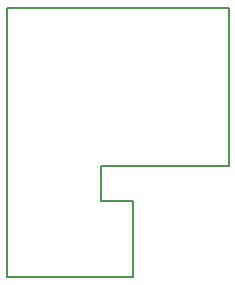
<source format=gbr>
%TF.GenerationSoftware,KiCad,Pcbnew,6.0.5-a6ca702e91~116~ubuntu20.04.1*%
%TF.CreationDate,2022-05-09T20:04:06+03:00*%
%TF.ProjectId,ict_v361-xs,6963745f-7633-4363-912d-78732e6b6963,rev?*%
%TF.SameCoordinates,Original*%
%TF.FileFunction,Profile,NP*%
%FSLAX46Y46*%
G04 Gerber Fmt 4.6, Leading zero omitted, Abs format (unit mm)*
G04 Created by KiCad (PCBNEW 6.0.5-a6ca702e91~116~ubuntu20.04.1) date 2022-05-09 20:04:06*
%MOMM*%
%LPD*%
G01*
G04 APERTURE LIST*
%TA.AperFunction,Profile*%
%ADD10C,0.203200*%
%TD*%
G04 APERTURE END LIST*
D10*
X139101100Y-93603600D02*
X157901100Y-93603600D01*
X157901100Y-93603600D02*
X157901100Y-107003600D01*
X157901100Y-107003600D02*
X147101100Y-107003600D01*
X147101100Y-107003600D02*
X147101100Y-110003600D01*
X147101100Y-110003600D02*
X149801100Y-110003600D01*
X149801100Y-110003600D02*
X149801100Y-116403600D01*
X149801100Y-116403600D02*
X139101100Y-116403600D01*
X139101100Y-116403600D02*
X139101100Y-93603600D01*
M02*

</source>
